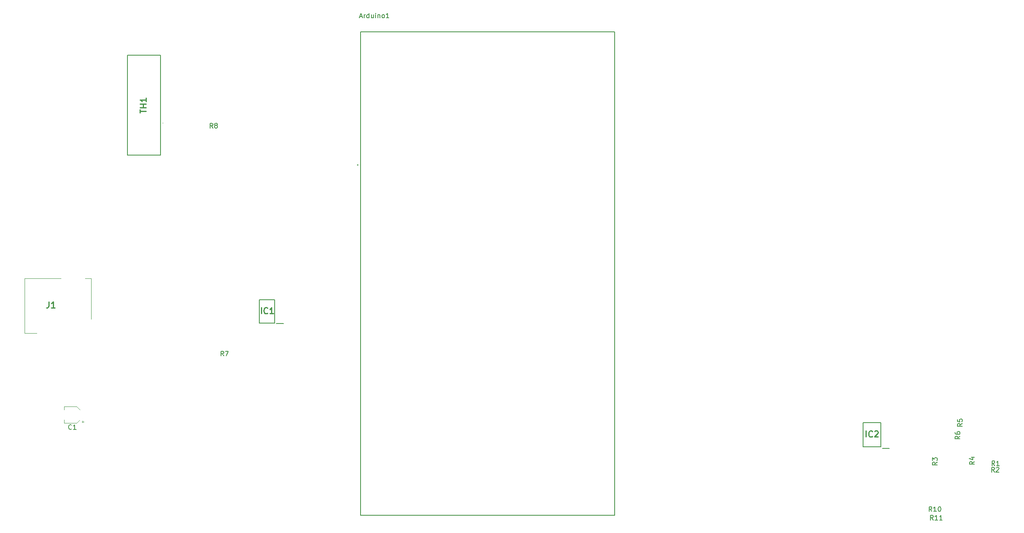
<source format=gbr>
%TF.GenerationSoftware,KiCad,Pcbnew,(7.0.0)*%
%TF.CreationDate,2023-04-07T11:52:31+02:00*%
%TF.ProjectId,projet codepo test,70726f6a-6574-4206-936f-6465706f2074,rev?*%
%TF.SameCoordinates,PX7414cc0PY6f80ec0*%
%TF.FileFunction,Legend,Top*%
%TF.FilePolarity,Positive*%
%FSLAX46Y46*%
G04 Gerber Fmt 4.6, Leading zero omitted, Abs format (unit mm)*
G04 Created by KiCad (PCBNEW (7.0.0)) date 2023-04-07 11:52:31*
%MOMM*%
%LPD*%
G01*
G04 APERTURE LIST*
%ADD10C,0.254000*%
%ADD11C,0.150000*%
%ADD12C,0.100000*%
%ADD13C,0.200000*%
%ADD14C,0.127000*%
%ADD15C,0.120000*%
G04 APERTURE END LIST*
D10*
%TO.C,J1*%
X-65429333Y44948427D02*
X-65429333Y44041284D01*
X-65429333Y44041284D02*
X-65489810Y43859855D01*
X-65489810Y43859855D02*
X-65610762Y43738903D01*
X-65610762Y43738903D02*
X-65792191Y43678427D01*
X-65792191Y43678427D02*
X-65913143Y43678427D01*
X-64159333Y43678427D02*
X-64885048Y43678427D01*
X-64522191Y43678427D02*
X-64522191Y44948427D01*
X-64522191Y44948427D02*
X-64643143Y44766998D01*
X-64643143Y44766998D02*
X-64764095Y44646046D01*
X-64764095Y44646046D02*
X-64885048Y44585570D01*
D11*
%TO.C,R10*%
X119958142Y852620D02*
X119624809Y1328810D01*
X119386714Y852620D02*
X119386714Y1852620D01*
X119386714Y1852620D02*
X119767666Y1852620D01*
X119767666Y1852620D02*
X119862904Y1805000D01*
X119862904Y1805000D02*
X119910523Y1757381D01*
X119910523Y1757381D02*
X119958142Y1662143D01*
X119958142Y1662143D02*
X119958142Y1519286D01*
X119958142Y1519286D02*
X119910523Y1424048D01*
X119910523Y1424048D02*
X119862904Y1376429D01*
X119862904Y1376429D02*
X119767666Y1328810D01*
X119767666Y1328810D02*
X119386714Y1328810D01*
X120910523Y852620D02*
X120339095Y852620D01*
X120624809Y852620D02*
X120624809Y1852620D01*
X120624809Y1852620D02*
X120529571Y1709762D01*
X120529571Y1709762D02*
X120434333Y1614524D01*
X120434333Y1614524D02*
X120339095Y1566905D01*
X121529571Y1852620D02*
X121624809Y1852620D01*
X121624809Y1852620D02*
X121720047Y1805000D01*
X121720047Y1805000D02*
X121767666Y1757381D01*
X121767666Y1757381D02*
X121815285Y1662143D01*
X121815285Y1662143D02*
X121862904Y1471667D01*
X121862904Y1471667D02*
X121862904Y1233572D01*
X121862904Y1233572D02*
X121815285Y1043096D01*
X121815285Y1043096D02*
X121767666Y947858D01*
X121767666Y947858D02*
X121720047Y900239D01*
X121720047Y900239D02*
X121624809Y852620D01*
X121624809Y852620D02*
X121529571Y852620D01*
X121529571Y852620D02*
X121434333Y900239D01*
X121434333Y900239D02*
X121386714Y947858D01*
X121386714Y947858D02*
X121339095Y1043096D01*
X121339095Y1043096D02*
X121291476Y1233572D01*
X121291476Y1233572D02*
X121291476Y1471667D01*
X121291476Y1471667D02*
X121339095Y1662143D01*
X121339095Y1662143D02*
X121386714Y1757381D01*
X121386714Y1757381D02*
X121434333Y1805000D01*
X121434333Y1805000D02*
X121529571Y1852620D01*
%TO.C,R8*%
X-30981667Y81402620D02*
X-31315000Y81878810D01*
X-31553095Y81402620D02*
X-31553095Y82402620D01*
X-31553095Y82402620D02*
X-31172143Y82402620D01*
X-31172143Y82402620D02*
X-31076905Y82355000D01*
X-31076905Y82355000D02*
X-31029286Y82307381D01*
X-31029286Y82307381D02*
X-30981667Y82212143D01*
X-30981667Y82212143D02*
X-30981667Y82069286D01*
X-30981667Y82069286D02*
X-31029286Y81974048D01*
X-31029286Y81974048D02*
X-31076905Y81926429D01*
X-31076905Y81926429D02*
X-31172143Y81878810D01*
X-31172143Y81878810D02*
X-31553095Y81878810D01*
X-30410238Y81974048D02*
X-30505476Y82021667D01*
X-30505476Y82021667D02*
X-30553095Y82069286D01*
X-30553095Y82069286D02*
X-30600714Y82164524D01*
X-30600714Y82164524D02*
X-30600714Y82212143D01*
X-30600714Y82212143D02*
X-30553095Y82307381D01*
X-30553095Y82307381D02*
X-30505476Y82355000D01*
X-30505476Y82355000D02*
X-30410238Y82402620D01*
X-30410238Y82402620D02*
X-30219762Y82402620D01*
X-30219762Y82402620D02*
X-30124524Y82355000D01*
X-30124524Y82355000D02*
X-30076905Y82307381D01*
X-30076905Y82307381D02*
X-30029286Y82212143D01*
X-30029286Y82212143D02*
X-30029286Y82164524D01*
X-30029286Y82164524D02*
X-30076905Y82069286D01*
X-30076905Y82069286D02*
X-30124524Y82021667D01*
X-30124524Y82021667D02*
X-30219762Y81974048D01*
X-30219762Y81974048D02*
X-30410238Y81974048D01*
X-30410238Y81974048D02*
X-30505476Y81926429D01*
X-30505476Y81926429D02*
X-30553095Y81878810D01*
X-30553095Y81878810D02*
X-30600714Y81783572D01*
X-30600714Y81783572D02*
X-30600714Y81593096D01*
X-30600714Y81593096D02*
X-30553095Y81497858D01*
X-30553095Y81497858D02*
X-30505476Y81450239D01*
X-30505476Y81450239D02*
X-30410238Y81402620D01*
X-30410238Y81402620D02*
X-30219762Y81402620D01*
X-30219762Y81402620D02*
X-30124524Y81450239D01*
X-30124524Y81450239D02*
X-30076905Y81497858D01*
X-30076905Y81497858D02*
X-30029286Y81593096D01*
X-30029286Y81593096D02*
X-30029286Y81783572D01*
X-30029286Y81783572D02*
X-30076905Y81878810D01*
X-30076905Y81878810D02*
X-30124524Y81926429D01*
X-30124524Y81926429D02*
X-30219762Y81974048D01*
%TO.C,R3*%
X121073380Y11183334D02*
X120597190Y10850001D01*
X121073380Y10611906D02*
X120073380Y10611906D01*
X120073380Y10611906D02*
X120073380Y10992858D01*
X120073380Y10992858D02*
X120121000Y11088096D01*
X120121000Y11088096D02*
X120168619Y11135715D01*
X120168619Y11135715D02*
X120263857Y11183334D01*
X120263857Y11183334D02*
X120406714Y11183334D01*
X120406714Y11183334D02*
X120501952Y11135715D01*
X120501952Y11135715D02*
X120549571Y11088096D01*
X120549571Y11088096D02*
X120597190Y10992858D01*
X120597190Y10992858D02*
X120597190Y10611906D01*
X120073380Y11516668D02*
X120073380Y12135715D01*
X120073380Y12135715D02*
X120454333Y11802382D01*
X120454333Y11802382D02*
X120454333Y11945239D01*
X120454333Y11945239D02*
X120501952Y12040477D01*
X120501952Y12040477D02*
X120549571Y12088096D01*
X120549571Y12088096D02*
X120644809Y12135715D01*
X120644809Y12135715D02*
X120882904Y12135715D01*
X120882904Y12135715D02*
X120978142Y12088096D01*
X120978142Y12088096D02*
X121025761Y12040477D01*
X121025761Y12040477D02*
X121073380Y11945239D01*
X121073380Y11945239D02*
X121073380Y11659525D01*
X121073380Y11659525D02*
X121025761Y11564287D01*
X121025761Y11564287D02*
X120978142Y11516668D01*
%TO.C,R7*%
X-28706667Y33527620D02*
X-29040000Y34003810D01*
X-29278095Y33527620D02*
X-29278095Y34527620D01*
X-29278095Y34527620D02*
X-28897143Y34527620D01*
X-28897143Y34527620D02*
X-28801905Y34480000D01*
X-28801905Y34480000D02*
X-28754286Y34432381D01*
X-28754286Y34432381D02*
X-28706667Y34337143D01*
X-28706667Y34337143D02*
X-28706667Y34194286D01*
X-28706667Y34194286D02*
X-28754286Y34099048D01*
X-28754286Y34099048D02*
X-28801905Y34051429D01*
X-28801905Y34051429D02*
X-28897143Y34003810D01*
X-28897143Y34003810D02*
X-29278095Y34003810D01*
X-28373333Y34527620D02*
X-27706667Y34527620D01*
X-27706667Y34527620D02*
X-28135238Y33527620D01*
D10*
%TO.C,TH1*%
X-46248427Y84587144D02*
X-46248427Y85312858D01*
X-44978427Y84950001D02*
X-46248427Y84950001D01*
X-44978427Y85736191D02*
X-46248427Y85736191D01*
X-45643665Y85736191D02*
X-45643665Y86461906D01*
X-44978427Y86461906D02*
X-46248427Y86461906D01*
X-44978427Y87731906D02*
X-44978427Y87006191D01*
X-44978427Y87369048D02*
X-46248427Y87369048D01*
X-46248427Y87369048D02*
X-46066998Y87248096D01*
X-46066998Y87248096D02*
X-45946046Y87127144D01*
X-45946046Y87127144D02*
X-45885570Y87006191D01*
%TO.C,IC2*%
X106128237Y16503427D02*
X106128237Y17773427D01*
X107458714Y16624379D02*
X107398238Y16563903D01*
X107398238Y16563903D02*
X107216809Y16503427D01*
X107216809Y16503427D02*
X107095857Y16503427D01*
X107095857Y16503427D02*
X106914428Y16563903D01*
X106914428Y16563903D02*
X106793476Y16684855D01*
X106793476Y16684855D02*
X106732999Y16805808D01*
X106732999Y16805808D02*
X106672523Y17047712D01*
X106672523Y17047712D02*
X106672523Y17229141D01*
X106672523Y17229141D02*
X106732999Y17471046D01*
X106732999Y17471046D02*
X106793476Y17591998D01*
X106793476Y17591998D02*
X106914428Y17712950D01*
X106914428Y17712950D02*
X107095857Y17773427D01*
X107095857Y17773427D02*
X107216809Y17773427D01*
X107216809Y17773427D02*
X107398238Y17712950D01*
X107398238Y17712950D02*
X107458714Y17652474D01*
X107942523Y17652474D02*
X108002999Y17712950D01*
X108002999Y17712950D02*
X108123952Y17773427D01*
X108123952Y17773427D02*
X108426333Y17773427D01*
X108426333Y17773427D02*
X108547285Y17712950D01*
X108547285Y17712950D02*
X108607761Y17652474D01*
X108607761Y17652474D02*
X108668238Y17531522D01*
X108668238Y17531522D02*
X108668238Y17410570D01*
X108668238Y17410570D02*
X108607761Y17229141D01*
X108607761Y17229141D02*
X107882047Y16503427D01*
X107882047Y16503427D02*
X108668238Y16503427D01*
D11*
%TO.C,Arduino1*%
X-146429Y104853334D02*
X329761Y104853334D01*
X-241667Y104567620D02*
X91666Y105567620D01*
X91666Y105567620D02*
X424999Y104567620D01*
X758333Y104567620D02*
X758333Y105234286D01*
X758333Y105043810D02*
X805952Y105139048D01*
X805952Y105139048D02*
X853571Y105186667D01*
X853571Y105186667D02*
X948809Y105234286D01*
X948809Y105234286D02*
X1044047Y105234286D01*
X1805952Y104567620D02*
X1805952Y105567620D01*
X1805952Y104615239D02*
X1710714Y104567620D01*
X1710714Y104567620D02*
X1520238Y104567620D01*
X1520238Y104567620D02*
X1425000Y104615239D01*
X1425000Y104615239D02*
X1377381Y104662858D01*
X1377381Y104662858D02*
X1329762Y104758096D01*
X1329762Y104758096D02*
X1329762Y105043810D01*
X1329762Y105043810D02*
X1377381Y105139048D01*
X1377381Y105139048D02*
X1425000Y105186667D01*
X1425000Y105186667D02*
X1520238Y105234286D01*
X1520238Y105234286D02*
X1710714Y105234286D01*
X1710714Y105234286D02*
X1805952Y105186667D01*
X2710714Y105234286D02*
X2710714Y104567620D01*
X2282143Y105234286D02*
X2282143Y104710477D01*
X2282143Y104710477D02*
X2329762Y104615239D01*
X2329762Y104615239D02*
X2425000Y104567620D01*
X2425000Y104567620D02*
X2567857Y104567620D01*
X2567857Y104567620D02*
X2663095Y104615239D01*
X2663095Y104615239D02*
X2710714Y104662858D01*
X3186905Y104567620D02*
X3186905Y105234286D01*
X3186905Y105567620D02*
X3139286Y105520000D01*
X3139286Y105520000D02*
X3186905Y105472381D01*
X3186905Y105472381D02*
X3234524Y105520000D01*
X3234524Y105520000D02*
X3186905Y105567620D01*
X3186905Y105567620D02*
X3186905Y105472381D01*
X3663095Y105234286D02*
X3663095Y104567620D01*
X3663095Y105139048D02*
X3710714Y105186667D01*
X3710714Y105186667D02*
X3805952Y105234286D01*
X3805952Y105234286D02*
X3948809Y105234286D01*
X3948809Y105234286D02*
X4044047Y105186667D01*
X4044047Y105186667D02*
X4091666Y105091429D01*
X4091666Y105091429D02*
X4091666Y104567620D01*
X4710714Y104567620D02*
X4615476Y104615239D01*
X4615476Y104615239D02*
X4567857Y104662858D01*
X4567857Y104662858D02*
X4520238Y104758096D01*
X4520238Y104758096D02*
X4520238Y105043810D01*
X4520238Y105043810D02*
X4567857Y105139048D01*
X4567857Y105139048D02*
X4615476Y105186667D01*
X4615476Y105186667D02*
X4710714Y105234286D01*
X4710714Y105234286D02*
X4853571Y105234286D01*
X4853571Y105234286D02*
X4948809Y105186667D01*
X4948809Y105186667D02*
X4996428Y105139048D01*
X4996428Y105139048D02*
X5044047Y105043810D01*
X5044047Y105043810D02*
X5044047Y104758096D01*
X5044047Y104758096D02*
X4996428Y104662858D01*
X4996428Y104662858D02*
X4948809Y104615239D01*
X4948809Y104615239D02*
X4853571Y104567620D01*
X4853571Y104567620D02*
X4710714Y104567620D01*
X5996428Y104567620D02*
X5425000Y104567620D01*
X5710714Y104567620D02*
X5710714Y105567620D01*
X5710714Y105567620D02*
X5615476Y105424762D01*
X5615476Y105424762D02*
X5520238Y105329524D01*
X5520238Y105329524D02*
X5425000Y105281905D01*
%TO.C,R2*%
X133084333Y9102620D02*
X132751000Y9578810D01*
X132512905Y9102620D02*
X132512905Y10102620D01*
X132512905Y10102620D02*
X132893857Y10102620D01*
X132893857Y10102620D02*
X132989095Y10055000D01*
X132989095Y10055000D02*
X133036714Y10007381D01*
X133036714Y10007381D02*
X133084333Y9912143D01*
X133084333Y9912143D02*
X133084333Y9769286D01*
X133084333Y9769286D02*
X133036714Y9674048D01*
X133036714Y9674048D02*
X132989095Y9626429D01*
X132989095Y9626429D02*
X132893857Y9578810D01*
X132893857Y9578810D02*
X132512905Y9578810D01*
X133465286Y10007381D02*
X133512905Y10055000D01*
X133512905Y10055000D02*
X133608143Y10102620D01*
X133608143Y10102620D02*
X133846238Y10102620D01*
X133846238Y10102620D02*
X133941476Y10055000D01*
X133941476Y10055000D02*
X133989095Y10007381D01*
X133989095Y10007381D02*
X134036714Y9912143D01*
X134036714Y9912143D02*
X134036714Y9816905D01*
X134036714Y9816905D02*
X133989095Y9674048D01*
X133989095Y9674048D02*
X133417667Y9102620D01*
X133417667Y9102620D02*
X134036714Y9102620D01*
%TO.C,R6*%
X125853380Y16653334D02*
X125377190Y16320001D01*
X125853380Y16081906D02*
X124853380Y16081906D01*
X124853380Y16081906D02*
X124853380Y16462858D01*
X124853380Y16462858D02*
X124901000Y16558096D01*
X124901000Y16558096D02*
X124948619Y16605715D01*
X124948619Y16605715D02*
X125043857Y16653334D01*
X125043857Y16653334D02*
X125186714Y16653334D01*
X125186714Y16653334D02*
X125281952Y16605715D01*
X125281952Y16605715D02*
X125329571Y16558096D01*
X125329571Y16558096D02*
X125377190Y16462858D01*
X125377190Y16462858D02*
X125377190Y16081906D01*
X124853380Y17510477D02*
X124853380Y17320001D01*
X124853380Y17320001D02*
X124901000Y17224763D01*
X124901000Y17224763D02*
X124948619Y17177144D01*
X124948619Y17177144D02*
X125091476Y17081906D01*
X125091476Y17081906D02*
X125281952Y17034287D01*
X125281952Y17034287D02*
X125662904Y17034287D01*
X125662904Y17034287D02*
X125758142Y17081906D01*
X125758142Y17081906D02*
X125805761Y17129525D01*
X125805761Y17129525D02*
X125853380Y17224763D01*
X125853380Y17224763D02*
X125853380Y17415239D01*
X125853380Y17415239D02*
X125805761Y17510477D01*
X125805761Y17510477D02*
X125758142Y17558096D01*
X125758142Y17558096D02*
X125662904Y17605715D01*
X125662904Y17605715D02*
X125424809Y17605715D01*
X125424809Y17605715D02*
X125329571Y17558096D01*
X125329571Y17558096D02*
X125281952Y17510477D01*
X125281952Y17510477D02*
X125234333Y17415239D01*
X125234333Y17415239D02*
X125234333Y17224763D01*
X125234333Y17224763D02*
X125281952Y17129525D01*
X125281952Y17129525D02*
X125329571Y17081906D01*
X125329571Y17081906D02*
X125424809Y17034287D01*
%TO.C,C1*%
X-60636667Y18172858D02*
X-60684286Y18125239D01*
X-60684286Y18125239D02*
X-60827143Y18077620D01*
X-60827143Y18077620D02*
X-60922381Y18077620D01*
X-60922381Y18077620D02*
X-61065238Y18125239D01*
X-61065238Y18125239D02*
X-61160476Y18220477D01*
X-61160476Y18220477D02*
X-61208095Y18315715D01*
X-61208095Y18315715D02*
X-61255714Y18506191D01*
X-61255714Y18506191D02*
X-61255714Y18649048D01*
X-61255714Y18649048D02*
X-61208095Y18839524D01*
X-61208095Y18839524D02*
X-61160476Y18934762D01*
X-61160476Y18934762D02*
X-61065238Y19030000D01*
X-61065238Y19030000D02*
X-60922381Y19077620D01*
X-60922381Y19077620D02*
X-60827143Y19077620D01*
X-60827143Y19077620D02*
X-60684286Y19030000D01*
X-60684286Y19030000D02*
X-60636667Y18982381D01*
X-59684286Y18077620D02*
X-60255714Y18077620D01*
X-59970000Y18077620D02*
X-59970000Y19077620D01*
X-59970000Y19077620D02*
X-60065238Y18934762D01*
X-60065238Y18934762D02*
X-60160476Y18839524D01*
X-60160476Y18839524D02*
X-60255714Y18791905D01*
%TO.C,R11*%
X120243142Y-947380D02*
X119909809Y-471190D01*
X119671714Y-947380D02*
X119671714Y52620D01*
X119671714Y52620D02*
X120052666Y52620D01*
X120052666Y52620D02*
X120147904Y5000D01*
X120147904Y5000D02*
X120195523Y-42619D01*
X120195523Y-42619D02*
X120243142Y-137857D01*
X120243142Y-137857D02*
X120243142Y-280714D01*
X120243142Y-280714D02*
X120195523Y-375952D01*
X120195523Y-375952D02*
X120147904Y-423571D01*
X120147904Y-423571D02*
X120052666Y-471190D01*
X120052666Y-471190D02*
X119671714Y-471190D01*
X121195523Y-947380D02*
X120624095Y-947380D01*
X120909809Y-947380D02*
X120909809Y52620D01*
X120909809Y52620D02*
X120814571Y-90238D01*
X120814571Y-90238D02*
X120719333Y-185476D01*
X120719333Y-185476D02*
X120624095Y-233095D01*
X122147904Y-947380D02*
X121576476Y-947380D01*
X121862190Y-947380D02*
X121862190Y52620D01*
X121862190Y52620D02*
X121766952Y-90238D01*
X121766952Y-90238D02*
X121671714Y-185476D01*
X121671714Y-185476D02*
X121576476Y-233095D01*
%TO.C,R5*%
X126353380Y19303334D02*
X125877190Y18970001D01*
X126353380Y18731906D02*
X125353380Y18731906D01*
X125353380Y18731906D02*
X125353380Y19112858D01*
X125353380Y19112858D02*
X125401000Y19208096D01*
X125401000Y19208096D02*
X125448619Y19255715D01*
X125448619Y19255715D02*
X125543857Y19303334D01*
X125543857Y19303334D02*
X125686714Y19303334D01*
X125686714Y19303334D02*
X125781952Y19255715D01*
X125781952Y19255715D02*
X125829571Y19208096D01*
X125829571Y19208096D02*
X125877190Y19112858D01*
X125877190Y19112858D02*
X125877190Y18731906D01*
X125353380Y20208096D02*
X125353380Y19731906D01*
X125353380Y19731906D02*
X125829571Y19684287D01*
X125829571Y19684287D02*
X125781952Y19731906D01*
X125781952Y19731906D02*
X125734333Y19827144D01*
X125734333Y19827144D02*
X125734333Y20065239D01*
X125734333Y20065239D02*
X125781952Y20160477D01*
X125781952Y20160477D02*
X125829571Y20208096D01*
X125829571Y20208096D02*
X125924809Y20255715D01*
X125924809Y20255715D02*
X126162904Y20255715D01*
X126162904Y20255715D02*
X126258142Y20208096D01*
X126258142Y20208096D02*
X126305761Y20160477D01*
X126305761Y20160477D02*
X126353380Y20065239D01*
X126353380Y20065239D02*
X126353380Y19827144D01*
X126353380Y19827144D02*
X126305761Y19731906D01*
X126305761Y19731906D02*
X126258142Y19684287D01*
D10*
%TO.C,IC1*%
X-20834763Y42428427D02*
X-20834763Y43698427D01*
X-19504286Y42549379D02*
X-19564762Y42488903D01*
X-19564762Y42488903D02*
X-19746191Y42428427D01*
X-19746191Y42428427D02*
X-19867143Y42428427D01*
X-19867143Y42428427D02*
X-20048572Y42488903D01*
X-20048572Y42488903D02*
X-20169524Y42609855D01*
X-20169524Y42609855D02*
X-20230001Y42730808D01*
X-20230001Y42730808D02*
X-20290477Y42972712D01*
X-20290477Y42972712D02*
X-20290477Y43154141D01*
X-20290477Y43154141D02*
X-20230001Y43396046D01*
X-20230001Y43396046D02*
X-20169524Y43516998D01*
X-20169524Y43516998D02*
X-20048572Y43637950D01*
X-20048572Y43637950D02*
X-19867143Y43698427D01*
X-19867143Y43698427D02*
X-19746191Y43698427D01*
X-19746191Y43698427D02*
X-19564762Y43637950D01*
X-19564762Y43637950D02*
X-19504286Y43577474D01*
X-18294762Y42428427D02*
X-19020477Y42428427D01*
X-18657620Y42428427D02*
X-18657620Y43698427D01*
X-18657620Y43698427D02*
X-18778572Y43516998D01*
X-18778572Y43516998D02*
X-18899524Y43396046D01*
X-18899524Y43396046D02*
X-19020477Y43335570D01*
D11*
%TO.C,R4*%
X128873380Y11333334D02*
X128397190Y11000001D01*
X128873380Y10761906D02*
X127873380Y10761906D01*
X127873380Y10761906D02*
X127873380Y11142858D01*
X127873380Y11142858D02*
X127921000Y11238096D01*
X127921000Y11238096D02*
X127968619Y11285715D01*
X127968619Y11285715D02*
X128063857Y11333334D01*
X128063857Y11333334D02*
X128206714Y11333334D01*
X128206714Y11333334D02*
X128301952Y11285715D01*
X128301952Y11285715D02*
X128349571Y11238096D01*
X128349571Y11238096D02*
X128397190Y11142858D01*
X128397190Y11142858D02*
X128397190Y10761906D01*
X128206714Y12190477D02*
X128873380Y12190477D01*
X127825761Y11952382D02*
X128540047Y11714287D01*
X128540047Y11714287D02*
X128540047Y12333334D01*
%TO.C,R1*%
X133159333Y10477620D02*
X132826000Y10953810D01*
X132587905Y10477620D02*
X132587905Y11477620D01*
X132587905Y11477620D02*
X132968857Y11477620D01*
X132968857Y11477620D02*
X133064095Y11430000D01*
X133064095Y11430000D02*
X133111714Y11382381D01*
X133111714Y11382381D02*
X133159333Y11287143D01*
X133159333Y11287143D02*
X133159333Y11144286D01*
X133159333Y11144286D02*
X133111714Y11049048D01*
X133111714Y11049048D02*
X133064095Y11001429D01*
X133064095Y11001429D02*
X132968857Y10953810D01*
X132968857Y10953810D02*
X132587905Y10953810D01*
X134111714Y10477620D02*
X133540286Y10477620D01*
X133826000Y10477620D02*
X133826000Y11477620D01*
X133826000Y11477620D02*
X133730762Y11334762D01*
X133730762Y11334762D02*
X133635524Y11239524D01*
X133635524Y11239524D02*
X133540286Y11191905D01*
D12*
%TO.C,J1*%
X-70495000Y49795000D02*
X-70495000Y38295000D01*
X-70495000Y38295000D02*
X-67955000Y38295000D01*
X-62875000Y49795000D02*
X-70495000Y49795000D01*
X-56495000Y49795000D02*
X-57795000Y49795000D01*
X-56495000Y41295000D02*
X-56495000Y49795000D01*
D13*
%TO.C,TH1*%
X-48945000Y75720000D02*
X-41945000Y75720000D01*
X-41945000Y75720000D02*
X-41945000Y96720000D01*
D12*
X-41545000Y82470000D02*
X-41545000Y82470000D01*
X-41445000Y82470000D02*
X-41445000Y82470000D01*
D13*
X-48945000Y96720000D02*
X-48945000Y75720000D01*
X-41945000Y96720000D02*
X-48945000Y96720000D01*
D12*
X-41445000Y82470000D02*
G75*
G03*
X-41545000Y82470000I-50000J0D01*
G01*
X-41545000Y82470000D02*
G75*
G03*
X-41445000Y82470000I50000J0D01*
G01*
D13*
%TO.C,IC2*%
X111043000Y14120000D02*
X109568000Y14120000D01*
X109218000Y14470000D02*
X105518000Y14470000D01*
X109218000Y19470000D02*
X109218000Y14470000D01*
X105518000Y14470000D02*
X105518000Y19470000D01*
X105518000Y19470000D02*
X109218000Y19470000D01*
D14*
%TO.C,Arduino1*%
X0Y101600000D02*
X53340000Y101600000D01*
X0Y0D02*
X0Y101600000D01*
X53340000Y101600000D02*
X53340000Y0D01*
X53340000Y0D02*
X0Y0D01*
D13*
X-480000Y73660000D02*
G75*
G03*
X-480000Y73660000I-100000J0D01*
G01*
D15*
%TO.C,C1*%
X-58095000Y19710000D02*
X-58470000Y19710000D01*
X-58282500Y19522500D02*
X-58282500Y19897500D01*
X-58899437Y20085000D02*
X-59599437Y19385000D01*
X-58899437Y22205000D02*
X-59599437Y22905000D01*
X-59599437Y19385000D02*
X-62230000Y19385000D01*
X-59599437Y22905000D02*
X-62230000Y22905000D01*
X-62230000Y19385000D02*
X-62230000Y20085000D01*
X-62230000Y22905000D02*
X-62230000Y22205000D01*
D13*
%TO.C,IC1*%
X-16120000Y40315000D02*
X-17647000Y40315000D01*
X-17997000Y40443000D02*
X-21193000Y40443000D01*
X-17997000Y45347000D02*
X-17997000Y40443000D01*
X-21193000Y40443000D02*
X-21193000Y45347000D01*
X-21193000Y45347000D02*
X-17997000Y45347000D01*
%TD*%
M02*

</source>
